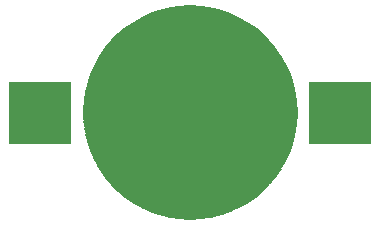
<source format=gbs>
G75*
G70*
%OFA0B0*%
%FSLAX24Y24*%
%IPPOS*%
%LPD*%
%AMOC8*
5,1,8,0,0,1.08239X$1,22.5*
%
%ADD10R,0.1680X0.1680*%
%ADD11R,0.2080X0.2080*%
%ADD12C,0.0050*%
D10*
X029080Y010289D03*
D11*
X024080Y010289D03*
X034080Y010289D03*
D12*
X025888Y008752D02*
X025736Y009119D01*
X025626Y009501D01*
X025559Y009893D01*
X025537Y010289D01*
X025559Y010686D01*
X025626Y011078D01*
X025736Y011460D01*
X025888Y011827D01*
X026080Y012174D01*
X026310Y012498D01*
X031851Y012498D01*
X031850Y012498D02*
X031586Y012795D01*
X031289Y013060D01*
X030965Y013289D01*
X030617Y013482D01*
X030250Y013634D01*
X029869Y013744D01*
X029477Y013810D01*
X029080Y013833D01*
X028683Y013810D01*
X028292Y013744D01*
X027910Y013634D01*
X027543Y013482D01*
X027195Y013289D01*
X026871Y013060D01*
X026575Y012795D01*
X026310Y012498D01*
X026275Y012450D02*
X031885Y012450D01*
X031850Y012498D02*
X032080Y012174D01*
X032273Y011827D01*
X032425Y011460D01*
X032535Y011078D01*
X032601Y010686D01*
X032623Y010289D01*
X032601Y009893D01*
X032535Y009501D01*
X032425Y009119D01*
X032273Y008752D01*
X032080Y008404D01*
X031850Y008080D01*
X031586Y007784D01*
X031289Y007519D01*
X030965Y007289D01*
X030617Y007097D01*
X030250Y006945D01*
X029869Y006835D01*
X029477Y006768D01*
X029080Y006746D01*
X028683Y006768D01*
X028292Y006835D01*
X027910Y006945D01*
X027543Y007097D01*
X027195Y007289D01*
X026871Y007519D01*
X026575Y007784D01*
X026310Y008080D01*
X026080Y008404D01*
X025888Y008752D01*
X025883Y008764D02*
X032277Y008764D01*
X032298Y008812D02*
X025863Y008812D01*
X025843Y008861D02*
X032318Y008861D01*
X032338Y008909D02*
X025822Y008909D01*
X025802Y008958D02*
X032358Y008958D01*
X032378Y009006D02*
X025782Y009006D01*
X025762Y009055D02*
X032398Y009055D01*
X032418Y009103D02*
X025742Y009103D01*
X025726Y009152D02*
X032434Y009152D01*
X032448Y009200D02*
X025712Y009200D01*
X025698Y009249D02*
X032462Y009249D01*
X032476Y009297D02*
X025684Y009297D01*
X025670Y009346D02*
X032490Y009346D01*
X032504Y009394D02*
X025656Y009394D01*
X025642Y009443D02*
X032518Y009443D01*
X032532Y009491D02*
X025628Y009491D01*
X025619Y009540D02*
X032541Y009540D01*
X032549Y009588D02*
X025611Y009588D01*
X025603Y009637D02*
X032558Y009637D01*
X032566Y009685D02*
X025594Y009685D01*
X025586Y009734D02*
X032574Y009734D01*
X032582Y009782D02*
X025578Y009782D01*
X025570Y009831D02*
X032591Y009831D01*
X032599Y009879D02*
X025561Y009879D01*
X025557Y009928D02*
X032603Y009928D01*
X032606Y009976D02*
X025554Y009976D01*
X025552Y010025D02*
X032609Y010025D01*
X032611Y010073D02*
X025549Y010073D01*
X025546Y010122D02*
X032614Y010122D01*
X032617Y010170D02*
X025543Y010170D01*
X025541Y010219D02*
X032619Y010219D01*
X032622Y010267D02*
X025538Y010267D01*
X025538Y010316D02*
X032622Y010316D01*
X032619Y010364D02*
X025541Y010364D01*
X025544Y010413D02*
X032616Y010413D01*
X032614Y010461D02*
X025546Y010461D01*
X025549Y010510D02*
X032611Y010510D01*
X032608Y010558D02*
X025552Y010558D01*
X025555Y010607D02*
X032606Y010607D01*
X032603Y010655D02*
X025557Y010655D01*
X025562Y010704D02*
X032598Y010704D01*
X032590Y010752D02*
X025570Y010752D01*
X025579Y010801D02*
X032582Y010801D01*
X032573Y010849D02*
X025587Y010849D01*
X025595Y010898D02*
X032565Y010898D01*
X032557Y010946D02*
X025603Y010946D01*
X025612Y010995D02*
X032549Y010995D01*
X032540Y011043D02*
X025620Y011043D01*
X025630Y011092D02*
X032531Y011092D01*
X032517Y011140D02*
X025644Y011140D01*
X025658Y011189D02*
X032503Y011189D01*
X032489Y011237D02*
X025672Y011237D01*
X025686Y011286D02*
X032475Y011286D01*
X032461Y011334D02*
X025700Y011334D01*
X025714Y011383D02*
X032447Y011383D01*
X032433Y011431D02*
X025727Y011431D01*
X025744Y011480D02*
X032416Y011480D01*
X032396Y011528D02*
X025764Y011528D01*
X025784Y011577D02*
X032376Y011577D01*
X032356Y011625D02*
X025804Y011625D01*
X025824Y011674D02*
X032336Y011674D01*
X032316Y011722D02*
X025844Y011722D01*
X025865Y011771D02*
X032296Y011771D01*
X032276Y011819D02*
X025885Y011819D01*
X025910Y011868D02*
X032250Y011868D01*
X032223Y011916D02*
X025937Y011916D01*
X025964Y011965D02*
X032196Y011965D01*
X032169Y012013D02*
X025991Y012013D01*
X026018Y012062D02*
X032143Y012062D01*
X032116Y012110D02*
X026044Y012110D01*
X026071Y012159D02*
X032089Y012159D01*
X032057Y012207D02*
X026103Y012207D01*
X026138Y012256D02*
X032023Y012256D01*
X031988Y012304D02*
X026172Y012304D01*
X026206Y012353D02*
X031954Y012353D01*
X031919Y012401D02*
X026241Y012401D01*
X026353Y012547D02*
X031807Y012547D01*
X031764Y012595D02*
X026396Y012595D01*
X026440Y012644D02*
X031721Y012644D01*
X031677Y012692D02*
X026483Y012692D01*
X026526Y012741D02*
X031634Y012741D01*
X031590Y012789D02*
X026570Y012789D01*
X026623Y012838D02*
X031537Y012838D01*
X031483Y012886D02*
X026677Y012886D01*
X026731Y012935D02*
X031429Y012935D01*
X031375Y012983D02*
X026786Y012983D01*
X026840Y013032D02*
X031320Y013032D01*
X031260Y013080D02*
X026900Y013080D01*
X026968Y013129D02*
X031192Y013129D01*
X031123Y013177D02*
X027037Y013177D01*
X027105Y013226D02*
X031055Y013226D01*
X030987Y013274D02*
X027174Y013274D01*
X027255Y013323D02*
X030905Y013323D01*
X030817Y013371D02*
X027343Y013371D01*
X027431Y013420D02*
X030729Y013420D01*
X030642Y013468D02*
X027519Y013468D01*
X027628Y013517D02*
X030533Y013517D01*
X030416Y013565D02*
X027745Y013565D01*
X027862Y013614D02*
X030299Y013614D01*
X030151Y013662D02*
X028009Y013662D01*
X028177Y013711D02*
X029983Y013711D01*
X029777Y013759D02*
X028383Y013759D01*
X028669Y013808D02*
X029492Y013808D01*
X032252Y008715D02*
X025908Y008715D01*
X025935Y008667D02*
X032225Y008667D01*
X032199Y008618D02*
X025962Y008618D01*
X025988Y008570D02*
X032172Y008570D01*
X032145Y008521D02*
X026015Y008521D01*
X026042Y008473D02*
X032118Y008473D01*
X032091Y008424D02*
X026069Y008424D01*
X026100Y008376D02*
X032060Y008376D01*
X032026Y008327D02*
X026134Y008327D01*
X026169Y008279D02*
X031991Y008279D01*
X031957Y008230D02*
X026203Y008230D01*
X026238Y008182D02*
X031923Y008182D01*
X031888Y008133D02*
X026272Y008133D01*
X026306Y008085D02*
X031854Y008085D01*
X031811Y008036D02*
X026349Y008036D01*
X026392Y007988D02*
X031768Y007988D01*
X031725Y007939D02*
X026436Y007939D01*
X026479Y007891D02*
X031681Y007891D01*
X031638Y007842D02*
X026522Y007842D01*
X026566Y007794D02*
X031595Y007794D01*
X031543Y007745D02*
X026618Y007745D01*
X026672Y007697D02*
X031488Y007697D01*
X031434Y007648D02*
X026726Y007648D01*
X026781Y007600D02*
X031380Y007600D01*
X031325Y007551D02*
X026835Y007551D01*
X026894Y007503D02*
X031266Y007503D01*
X031198Y007454D02*
X026962Y007454D01*
X027030Y007406D02*
X031130Y007406D01*
X031061Y007357D02*
X027099Y007357D01*
X027167Y007309D02*
X030993Y007309D01*
X030913Y007260D02*
X027247Y007260D01*
X027335Y007212D02*
X030825Y007212D01*
X030738Y007163D02*
X027423Y007163D01*
X027510Y007115D02*
X030650Y007115D01*
X030544Y007066D02*
X027617Y007066D01*
X027734Y007018D02*
X030427Y007018D01*
X030309Y006969D02*
X027851Y006969D01*
X027993Y006921D02*
X030167Y006921D01*
X029999Y006872D02*
X028162Y006872D01*
X028357Y006824D02*
X029804Y006824D01*
X029518Y006775D02*
X028642Y006775D01*
M02*

</source>
